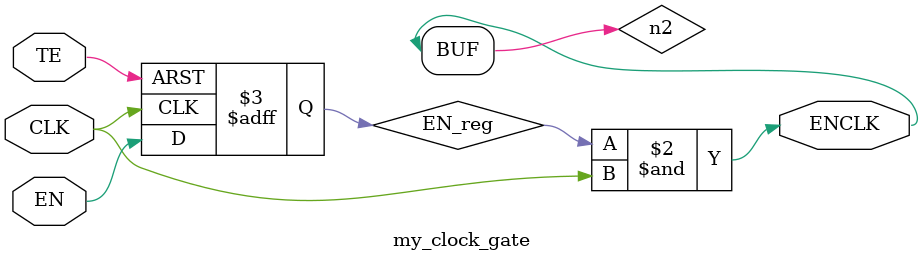
<source format=v>
module my_clock_gate (
    input CLK,
    input EN,
    input TE,
    output ENCLK
);

    wire n2;
    reg EN_reg;
    
    always @ (posedge CLK, posedge TE) begin
        if (TE) begin
            EN_reg <= 1'b0;
        end else begin
            EN_reg <= EN;
        end
    end
    
    assign n2 = EN_reg & CLK;
    assign ENCLK = n2;
    
endmodule
</source>
